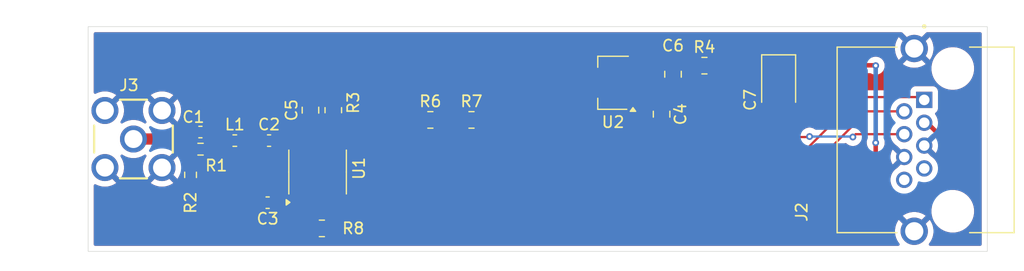
<source format=kicad_pcb>
(kicad_pcb (version 20241229) (generator "pcbnew") (generator_version "9.0")
  (layers (0 "F.Cu" signal) (2 "B.Cu" signal) (13 "F.Paste" user) (15 "B.Paste" user) (5 "F.SilkS" user "F.Silkscreen") (7 "B.SilkS" user "B.Silkscreen") (1 "F.Mask" user) (3 "B.Mask" user) (25 "Edge.Cuts" user))
  (net 0 "")
  (net 1 "/RF_IN")
  (net 2 "/RF_1")
  (net 3 "/RF_2")
  (net 4 "/INP")
  (net 5 "/INM")
  (net 6 "GND")
  (net 7 "/VOUT")
  (net 8 "/VPS")
  (net 9 "/VIN")
  (net 10 "/ID")
  (net 11 "/S-")
  (net 14 "+12V")
  (net 15 "/S+")
  (footprint "Resistor_SMD:R_0805_2012Metric" (layer "F.Cu") (at 155.448 98.298)
    (property "Reference" "R6" (at 0 -1.65 0) (layer "F.SilkS"))
    (property "Value" "1k")
    (fp_line (start -0.227064 -0.735) (end 0.227064 -0.735) (stroke (width 0.12)) (layer "F.SilkS"))
    (fp_line (start -0.227064 0.735) (end 0.227064 0.735) (stroke (width 0.12)) (layer "F.SilkS"))
    (pad "1" smd roundrect (at -0.9125 0) (size 1.025 1.4) (layers "F.Cu" "F.Mask" "F.Paste") (roundrect_rratio 0.243902) (net 8 "/VPS"))
    (pad "2" smd roundrect (at 0.9125 0) (size 1.025 1.4) (layers "F.Cu" "F.Mask" "F.Paste") (roundrect_rratio 0.243902) (net 10 "/ID"))
  )
  (footprint "lb3th:AMPHENOL_RJHSE5380" (layer "F.Cu") (at 201.93 100.076 90)
    (property "Reference" "J2" (at -6.42 -13.445 90) (layer "F.SilkS"))
    (property "Value" "RJHSE5380")
    (fp_line (start 8.255 -10.29) (end -8.255 -10.29) (stroke (width 0.127)) (layer "F.SilkS"))
    (fp_line (start -8.255 -10.29) (end -8.255 -4.965) (stroke (width 0.127)) (layer "F.SilkS"))
    (fp_line (start 8.255 -4.965) (end 8.255 -10.29) (stroke (width 0.127)) (layer "F.SilkS"))
    (fp_line (start 8.255 5.46) (end 8.255 1.5) (stroke (width 0.127)) (layer "F.SilkS"))
    (fp_line (start -8.255 5.46) (end -8.255 1.5) (stroke (width 0.127)) (layer "F.SilkS"))
    (fp_line (start -8.255 5.46) (end 8.255 5.46) (stroke (width 0.127)) (layer "F.SilkS"))
    (fp_circle (center 10.095 -2.54) (end 10.195 -2.54) (stroke (width 0.2)) (fill no) (layer "F.SilkS"))
    (pad "" np_thru_hole circle (at -6.35 0 90) (size 3.3 3.3) (drill 3.3) (layers "*.Cu" "*.Mask"))
    (pad "" np_thru_hole circle (at 6.35 0 90) (size 3.3 3.3) (drill 3.3) (layers "*.Cu" "*.Mask"))
    (pad "1" thru_hole rect (at 3.556 -2.54 90) (size 1.448 1.448) (drill 0.94) (layers "*.Cu" "*.Mask") (net 15 "/S+"))
    (pad "2" thru_hole circle (at 2.54 -4.32 90) (size 1.448 1.448) (drill 0.94) (layers "*.Cu" "*.Mask") (net 11 "/S-"))
    (pad "3" thru_hole circle (at 1.524 -2.54 90) (size 1.448 1.448) (drill 0.94) (layers "*.Cu" "*.Mask") (net 14 "+12V"))
    (pad "4" thru_hole circle (at 0.508 -4.32 90) (size 1.448 1.448) (drill 0.94) (layers "*.Cu" "*.Mask") (net 10 "/ID"))
    (pad "5" thru_hole circle (at -0.508 -2.54 90) (size 1.448 1.448) (drill 0.94) (layers "*.Cu" "*.Mask") (net 6 "GND"))
    (pad "6" thru_hole circle (at -1.524 -4.32 90) (size 1.448 1.448) (drill 0.94) (layers "*.Cu" "*.Mask") (net 6 "GND"))
    (pad "7" thru_hole circle (at -2.54 -2.54 90) (size 1.448 1.448) (drill 0.94) (layers "*.Cu" "*.Mask"))
    (pad "8" thru_hole circle (at -3.556 -4.32 90) (size 1.448 1.448) (drill 0.94) (layers "*.Cu" "*.Mask"))
    (pad "SH1" thru_hole circle (at -8.13 -3.43 90) (size 2.43 2.43) (drill 1.62) (layers "*.Cu" "*.Mask") (net 6 "GND"))
    (pad "SH2" thru_hole circle (at 8.13 -3.43 90) (size 2.43 2.43) (drill 1.62) (layers "*.Cu" "*.Mask") (net 6 "GND"))
  )
  (footprint "Resistor_SMD:R_0805_2012Metric" (layer "F.Cu") (at 159.1075 98.298)
    (property "Reference" "R7" (at 0 -1.65 0) (layer "F.SilkS"))
    (property "Value" "100")
    (fp_line (start -0.227064 -0.735) (end 0.227064 -0.735) (stroke (width 0.12)) (layer "F.SilkS"))
    (fp_line (start -0.227064 0.735) (end 0.227064 0.735) (stroke (width 0.12)) (layer "F.SilkS"))
    (pad "1" smd roundrect (at -0.9125 0) (size 1.025 1.4) (layers "F.Cu" "F.Mask" "F.Paste") (roundrect_rratio 0.243902) (net 10 "/ID"))
    (pad "2" smd roundrect (at 0.9125 0) (size 1.025 1.4) (layers "F.Cu" "F.Mask" "F.Paste") (roundrect_rratio 0.243902) (net 6 "GND"))
  )
  (footprint "Capacitor_SMD:C_0805_2012Metric" (layer "F.Cu") (at 144.78 97.4325 90)
    (property "Reference" "C5" (at 0 -1.68 90) (layer "F.SilkS"))
    (property "Value" "100n")
    (fp_line (start -0.261252 -0.735) (end 0.261252 -0.735) (stroke (width 0.12)) (layer "F.SilkS"))
    (fp_line (start -0.261252 0.735) (end 0.261252 0.735) (stroke (width 0.12)) (layer "F.SilkS"))
    (pad "1" smd roundrect (at -0.95 0 90) (size 1 1.45) (layers "F.Cu" "F.Mask" "F.Paste") (net 8 "/VPS"))
    (pad "2" smd roundrect (at 0.95 0 90) (size 1 1.45) (layers "F.Cu" "F.Mask" "F.Paste") (net 6 "GND"))
  )
  (footprint "Capacitor_SMD:C_0603_1608Metric" (layer "F.Cu") (at 141.097 100.141)
    (property "Reference" "C2" (at 0 -1.43 0) (layer "F.SilkS"))
    (property "Value" "10n")
    (fp_line (start -0.14058 -0.51) (end 0.14058 -0.51) (stroke (width 0.12)) (layer "F.SilkS"))
    (fp_line (start -0.14058 0.51) (end 0.14058 0.51) (stroke (width 0.12)) (layer "F.SilkS"))
    (pad "1" smd roundrect (at -0.775 0) (size 0.9 0.95) (layers "F.Cu" "F.Mask" "F.Paste") (net 3 "/RF_2"))
    (pad "2" smd roundrect (at 0.775 0) (size 0.9 0.95) (layers "F.Cu" "F.Mask" "F.Paste") (net 4 "/INP"))
  )
  (footprint "Resistor_SMD:R_0805_2012Metric" (layer "F.Cu") (at 145.796 107.95 180)
    (property "Reference" "R8" (at -2.794 0 0) (layer "F.SilkS"))
    (property "Value" "0")
    (fp_line (start -0.227064 0.735) (end 0.227064 0.735) (stroke (width 0.12)) (layer "F.SilkS"))
    (fp_line (start -0.227064 -0.735) (end 0.227064 -0.735) (stroke (width 0.12)) (layer "F.SilkS"))
    (pad "1" smd roundrect (at -0.9125 0 180) (size 1.025 1.4) (layers "F.Cu" "F.Mask" "F.Paste") (roundrect_rratio 0.243902) (net 11 "/S-"))
    (pad "2" smd roundrect (at 0.9125 0 180) (size 1.025 1.4) (layers "F.Cu" "F.Mask" "F.Paste") (roundrect_rratio 0.243902) (net 6 "GND"))
  )
  (footprint "Capacitor_Tantalum_SMD:CP_EIA-3528-21_Kemet-B" (layer "F.Cu") (at 186.436 94.98 -90)
    (property "Reference" "C7" (at 1.54 2.54 90) (layer "F.SilkS"))
    (property "Value" "22u/20V")
    (fp_line (start -2.47 1.51) (end 1.75 1.51) (stroke (width 0.12)) (layer "F.SilkS"))
    (fp_line (start -2.47 -1.51) (end -2.47 1.51) (stroke (width 0.12)) (layer "F.SilkS"))
    (fp_line (start 1.75 -1.51) (end -2.47 -1.51) (stroke (width 0.12)) (layer "F.SilkS"))
    (pad "1" smd roundrect (at -1.54 0 270) (size 1.34 2.39) (layers "F.Cu" "F.Mask" "F.Paste") (roundrect_rratio 0.186567) (net 14 "+12V"))
    (pad "2" smd roundrect (at 1.54 0 270) (size 1.34 2.39) (layers "F.Cu" "F.Mask" "F.Paste") (roundrect_rratio 0.186567) (net 6 "GND"))
  )
  (footprint "Capacitor_SMD:C_0805_2012Metric" (layer "F.Cu") (at 177.038 94.234 -90)
    (property "Reference" "C6" (at -2.54 0 180) (layer "F.SilkS"))
    (property "Value" "100n")
    (fp_line (start -0.261252 0.735) (end 0.261252 0.735) (stroke (width 0.12)) (layer "F.SilkS"))
    (fp_line (start -0.261252 -0.735) (end 0.261252 -0.735) (stroke (width 0.12)) (layer "F.SilkS"))
    (pad "1" smd roundrect (at -0.95 0 270) (size 1 1.45) (layers "F.Cu" "F.Mask" "F.Paste") (net 9 "/VIN"))
    (pad "2" smd roundrect (at 0.95 0 270) (size 1 1.45) (layers "F.Cu" "F.Mask" "F.Paste") (net 6 "GND"))
  )
  (footprint "Resistor_SMD:R_0603_1608Metric" (layer "F.Cu") (at 135.001 100.903)
    (property "Reference" "R1" (at 1.397 1.459 0) (layer "F.SilkS"))
    (property "Value" "470")
    (fp_line (start -0.237258 -0.5225) (end 0.237258 -0.5225) (stroke (width 0.12)) (layer "F.SilkS"))
    (fp_line (start -0.237258 0.5225) (end 0.237258 0.5225) (stroke (width 0.12)) (layer "F.SilkS"))
    (pad "1" smd roundrect (at -0.825 0) (size 0.8 0.95) (layers "F.Cu" "F.Mask" "F.Paste") (net 1 "/RF_IN"))
    (pad "2" smd roundrect (at 0.825 0) (size 0.8 0.95) (layers "F.Cu" "F.Mask" "F.Paste") (net 2 "/RF_1"))
  )
  (footprint "Resistor_SMD:R_0805_2012Metric" (layer "F.Cu") (at 179.832 93.472)
    (property "Reference" "R4" (at 0 -1.65 0) (layer "F.SilkS"))
    (property "Value" "22")
    (fp_line (start -0.227064 -0.735) (end 0.227064 -0.735) (stroke (width 0.12)) (layer "F.SilkS"))
    (fp_line (start -0.227064 0.735) (end 0.227064 0.735) (stroke (width 0.12)) (layer "F.SilkS"))
    (pad "1" smd roundrect (at -0.9125 0) (size 1.025 1.4) (layers "F.Cu" "F.Mask" "F.Paste") (roundrect_rratio 0.243902) (net 9 "/VIN"))
    (pad "2" smd roundrect (at 0.9125 0) (size 1.025 1.4) (layers "F.Cu" "F.Mask" "F.Paste") (roundrect_rratio 0.243902) (net 14 "+12V"))
  )
  (footprint "Resistor_SMD:R_0805_2012Metric" (layer "F.Cu") (at 146.812 97.4325 90)
    (property "Reference" "R3" (at 0.6585 1.778 90) (layer "F.SilkS"))
    (property "Value" "22")
    (fp_line (start -0.227064 -0.735) (end 0.227064 -0.735) (stroke (width 0.12)) (layer "F.SilkS"))
    (fp_line (start -0.227064 0.735) (end 0.227064 0.735) (stroke (width 0.12)) (layer "F.SilkS"))
    (pad "1" smd roundrect (at -0.9125 0 90) (size 1.025 1.4) (layers "F.Cu" "F.Mask" "F.Paste") (roundrect_rratio 0.243902) (net 8 "/VPS"))
    (pad "2" smd roundrect (at 0.9125 0 90) (size 1.025 1.4) (layers "F.Cu" "F.Mask" "F.Paste") (roundrect_rratio 0.243902) (net 7 "/VOUT"))
  )
  (footprint "Capacitor_SMD:C_0603_1608Metric" (layer "F.Cu") (at 140.97 105.664 180)
    (property "Reference" "C3" (at 0 -1.43 180) (layer "F.SilkS"))
    (property "Value" "100n")
    (fp_line (start -0.14058 0.51) (end 0.14058 0.51) (stroke (width 0.12)) (layer "F.SilkS"))
    (fp_line (start -0.14058 -0.51) (end 0.14058 -0.51) (stroke (width 0.12)) (layer "F.SilkS"))
    (pad "1" smd roundrect (at -0.775 0 180) (size 0.9 0.95) (layers "F.Cu" "F.Mask" "F.Paste") (net 5 "/INM"))
    (pad "2" smd roundrect (at 0.775 0 180) (size 0.9 0.95) (layers "F.Cu" "F.Mask" "F.Paste") (net 6 "GND"))
  )
  (footprint "Resistor_SMD:R_0603_1608Metric" (layer "F.Cu") (at 134.112 103.187 -90)
    (property "Reference" "R2" (at 2.477 0 90) (layer "F.SilkS"))
    (property "Value" "51")
    (fp_line (start -0.237258 0.5225) (end 0.237258 0.5225) (stroke (width 0.12)) (layer "F.SilkS"))
    (fp_line (start -0.237258 -0.5225) (end 0.237258 -0.5225) (stroke (width 0.12)) (layer "F.SilkS"))
    (pad "1" smd roundrect (at -0.825 0 270) (size 0.8 0.95) (layers "F.Cu" "F.Mask" "F.Paste") (net 1 "/RF_IN"))
    (pad "2" smd roundrect (at 0.825 0 270) (size 0.8 0.95) (layers "F.Cu" "F.Mask" "F.Paste") (net 6 "GND"))
  )
  (footprint "Package_SO:SOIC-8_3.9x4.9mm_P1.27mm" (layer "F.Cu") (at 145.415 102.935 90)
    (property "Reference" "U1" (at 0.319 3.683 90) (layer "F.SilkS"))
    (property "Value" "AD8307")
    (fp_line (start 0 -2.56) (end 1.95 -2.56) (stroke (width 0.12)) (layer "F.SilkS"))
    (fp_line (start 0 -2.56) (end -1.95 -2.56) (stroke (width 0.12)) (layer "F.SilkS"))
    (fp_line (start 0 2.56) (end 1.95 2.56) (stroke (width 0.12)) (layer "F.SilkS"))
    (fp_line (start 0 2.56) (end -1.95 2.56) (stroke (width 0.12)) (layer "F.SilkS"))
    (fp_poly (pts (xy -2.7 -2.465) (xy -2.94 -2.795) (xy -2.46 -2.795)) (stroke (width 0.12)) (fill yes) (layer "F.SilkS"))
    (pad "1" smd roundrect (at -2.475 -1.905 90) (size 1.95 0.6) (layers "F.Cu" "F.Mask" "F.Paste") (net 5 "/INM"))
    (pad "2" smd roundrect (at -2.475 -0.635 90) (size 1.95 0.6) (layers "F.Cu" "F.Mask" "F.Paste") (net 6 "GND"))
    (pad "3" smd roundrect (at -2.475 0.635 90) (size 1.95 0.6) (layers "F.Cu" "F.Mask" "F.Paste"))
    (pad "4" smd roundrect (at -2.475 1.905 90) (size 1.95 0.6) (layers "F.Cu" "F.Mask" "F.Paste") (net 15 "/S+"))
    (pad "5" smd roundrect (at 2.475 1.905 90) (size 1.95 0.6) (layers "F.Cu" "F.Mask" "F.Paste"))
    (pad "6" smd roundrect (at 2.475 0.635 90) (size 1.95 0.6) (layers "F.Cu" "F.Mask" "F.Paste") (net 8 "/VPS"))
    (pad "7" smd roundrect (at 2.475 -0.635 90) (size 1.95 0.6) (layers "F.Cu" "F.Mask" "F.Paste") (net 8 "/VPS"))
    (pad "8" smd roundrect (at 2.475 -1.905 90) (size 1.95 0.6) (layers "F.Cu" "F.Mask" "F.Paste") (net 4 "/INP"))
  )
  (footprint "Inductor_SMD:L_0603_1608Metric" (layer "F.Cu") (at 138.049 100.141)
    (property "Reference" "L1" (at 0 -1.43 0) (layer "F.SilkS"))
    (property "Value" "10n")
    (fp_line (start -0.162779 -0.51) (end 0.162779 -0.51) (stroke (width 0.12)) (layer "F.SilkS"))
    (fp_line (start -0.162779 0.51) (end 0.162779 0.51) (stroke (width 0.12)) (layer "F.SilkS"))
    (pad "1" smd roundrect (at -0.7875 0) (size 0.875 0.95) (layers "F.Cu" "F.Mask" "F.Paste") (net 2 "/RF_1"))
    (pad "2" smd roundrect (at 0.7875 0) (size 0.875 0.95) (layers "F.Cu" "F.Mask" "F.Paste") (net 3 "/RF_2"))
  )
  (footprint "Capacitor_SMD:C_0805_2012Metric" (layer "F.Cu") (at 176.022 97.79 -90)
    (property "Reference" "C4" (at 0 -1.68 90) (layer "F.SilkS"))
    (property "Value" "100n")
    (fp_line (start -0.261252 0.735) (end 0.261252 0.735) (stroke (width 0.12)) (layer "F.SilkS"))
    (fp_line (start -0.261252 -0.735) (end 0.261252 -0.735) (stroke (width 0.12)) (layer "F.SilkS"))
    (pad "1" smd roundrect (at -0.95 0 270) (size 1 1.45) (layers "F.Cu" "F.Mask" "F.Paste") (net 7 "/VOUT"))
    (pad "2" smd roundrect (at 0.95 0 270) (size 1 1.45) (layers "F.Cu" "F.Mask" "F.Paste") (net 6 "GND"))
  )
  (footprint "Package_TO_SOT_SMD:SOT-89-3" (layer "F.Cu") (at 171.704 94.996 180)
    (property "Reference" "U2" (at 0 -3.5 0) (layer "F.SilkS"))
    (property "Value" "L78L05_SOT89")
    (fp_line (start 1.36 2.36) (end -1.36 2.36) (stroke (width 0.12)) (layer "F.SilkS"))
    (fp_line (start 1.36 1.38) (end 1.36 2.36) (stroke (width 0.12)) (layer "F.SilkS"))
    (fp_line (start 1.36 -1.38) (end 1.36 -2.36) (stroke (width 0.12)) (layer "F.SilkS"))
    (fp_line (start -1.22 -2.36) (end 1.36 -2.36) (stroke (width 0.12)) (layer "F.SilkS"))
    (fp_poly (pts (xy -1.77 -2.21) (xy -2.01 -2.54) (xy -1.53 -2.54) (xy -1.77 -2.21)) (stroke (width 0.12)) (fill yes) (layer "F.SilkS"))
    (pad "1" smd roundrect (at -1.95 -1.5 180) (size 1.3 0.9) (layers "F.Cu" "F.Mask" "F.Paste") (net 7 "/VOUT"))
    (pad "2" smd custom (at -1.8625 0 180) (size 1.475 0.9) (layers "F.Cu" "F.Mask" "F.Paste") (net 6 "GND") (options (clearance outline) (anchor rect)) (primitives (gr_poly (pts (xy 3.8625 0.8665) (xy 0.7375 0.8665) (xy 0.7375 -0.8665) (xy 3.8625 -0.8665)) (width 0) (fill yes))))
    (pad "3" smd roundrect (at -1.95 1.5 180) (size 1.3 0.9) (layers "F.Cu" "F.Mask" "F.Paste") (net 9 "/VIN"))
  )
  (footprint "Capacitor_SMD:C_0603_1608Metric" (layer "F.Cu") (at 134.988 99.379)
    (property "Reference" "C1" (at -0.622 -1.335 0) (layer "F.SilkS"))
    (property "Value" "15p")
    (fp_line (start -0.14058 -0.51) (end 0.14058 -0.51) (stroke (width 0.12)) (layer "F.SilkS"))
    (fp_line (start -0.14058 0.51) (end 0.14058 0.51) (stroke (width 0.12)) (layer "F.SilkS"))
    (pad "1" smd roundrect (at -0.775 0) (size 0.9 0.95) (layers "F.Cu" "F.Mask" "F.Paste") (net 1 "/RF_IN"))
    (pad "2" smd roundrect (at 0.775 0) (size 0.9 0.95) (layers "F.Cu" "F.Mask" "F.Paste") (net 2 "/RF_1"))
  )
  (footprint "lb3th:SAMTEC_SMA-J-P-X-RA-TH1" (layer "F.Cu") (at 129.032 100)
    (property "Reference" "J3" (at -0.39979 -4.78026 0) (layer "F.SilkS"))
    (property "Value" "RF_IN")
    (fp_line (start -3.5 1.2) (end -3.5 -1.2) (stroke (width 0.2)) (layer "F.SilkS"))
    (fp_line (start -1.2 -3.5) (end 1.2 -3.5) (stroke (width 0.2)) (layer "F.SilkS"))
    (fp_line (start 1.2 3.5) (end -1.2 3.5) (stroke (width 0.2)) (layer "F.SilkS"))
    (fp_line (start 3.5 1.2) (end 3.5 -1.2) (stroke (width 0.2)) (layer "F.SilkS"))
    (pad "1" thru_hole circle (at 0 0) (size 2.4 2.4) (drill 1.6) (layers "*.Cu" "*.Mask") (net 1 "/RF_IN"))
    (pad "2" thru_hole circle (at 2.54 2.54) (size 2.4 2.4) (drill 1.6) (layers "*.Cu" "*.Mask") (net 6 "GND"))
    (pad "3" thru_hole circle (at 2.54 -2.54) (size 2.4 2.4) (drill 1.6) (layers "*.Cu" "*.Mask") (net 6 "GND"))
    (pad "4" thru_hole circle (at -2.54 -2.54) (size 2.4 2.4) (drill 1.6) (layers "*.Cu" "*.Mask") (net 6 "GND"))
    (pad "5" thru_hole circle (at -2.54 2.54) (size 2.4 2.4) (drill 1.6) (layers "*.Cu" "*.Mask") (net 6 "GND"))
  )
  (gr_rect (start 125 90) (end 205 110) (stroke (width 0.05)) (fill no) (layer "Edge.Cuts"))
  (segment (start 134.176 100.903) (end 134.176 100.584) (width 1) (layer "F.Cu") (net 1))
  (segment (start 129.032 100) (end 133.592 100) (width 1) (layer "F.Cu") (net 1))
  (segment (start 134.176 100.903) (end 134.176 102.298) (width 1) (layer "F.Cu") (net 1))
  (segment (start 134.176 102.298) (end 134.112 102.362) (width 1) (layer "F.Cu") (net 1))
  (segment (start 133.592 100) (end 134.213 99.379) (width 1) (layer "F.Cu") (net 1))
  (segment (start 134.176 100.584) (end 133.592 100) (width 1) (layer "F.Cu") (net 1))
  (segment (start 136.525 100.141) (end 135.763 99.379) (width 1) (layer "F.Cu") (net 2))
  (segment (start 137.2615 100.141) (end 136.525 100.141) (width 1) (layer "F.Cu") (net 2))
  (segment (start 135.826 100.84) (end 136.525 100.141) (width 1) (layer "F.Cu") (net 2))
  (segment (start 135.826 100.903) (end 135.826 100.84) (width 1) (layer "F.Cu") (net 2))
  (segment (start 140.322 100.141) (end 138.8365 100.141) (width 1) (layer "F.Cu") (net 3))
  (segment (start 141.872 100.141) (end 143.16 100.141) (width 1) (layer "F.Cu") (net 4))
  (segment (start 143.16 100.141) (end 143.479 100.46) (width 1) (layer "F.Cu") (net 4))
  (segment (start 141.745 105.664) (end 143.225 105.664) (width 1) (layer "F.Cu") (net 5))
  (segment (start 143.225 105.664) (end 143.479 105.41) (width 1) (layer "F.Cu") (net 5))
  (segment (start 146.624 96.332) (end 146.812 96.52) (width 0.4) (layer "F.Cu") (net 7))
  (segment (start 175.678 96.496) (end 176.022 96.84) (width 0.4) (layer "F.Cu") (net 7))
  (segment (start 164.592 93.726) (end 147.828 93.726) (width 0.4) (layer "F.Cu") (net 7))
  (segment (start 173.654 96.496) (end 175.678 96.496) (width 0.4) (layer "F.Cu") (net 7))
  (segment (start 167.362 96.496) (end 164.592 93.726) (width 0.4) (layer "F.Cu") (net 7))
  (segment (start 146.812 94.742) (end 146.812 96.52) (width 0.4) (layer "F.Cu") (net 7))
  (segment (start 147.828 93.726) (end 146.812 94.742) (width 0.4) (layer "F.Cu") (net 7))
  (segment (start 173.654 96.496) (end 167.362 96.496) (width 0.4) (layer "F.Cu") (net 7))
  (segment (start 144.78 98.3825) (end 144.78 100.46) (width 0.4) (layer "F.Cu") (net 8))
  (segment (start 146.812 98.345) (end 154.4885 98.345) (width 0.4) (layer "F.Cu") (net 8))
  (segment (start 146.7745 98.3825) (end 146.812 98.345) (width 0.4) (layer "F.Cu") (net 8))
  (segment (start 144.78 98.3825) (end 146.7745 98.3825) (width 0.4) (layer "F.Cu") (net 8))
  (segment (start 144.78 100.46) (end 146.05 100.46) (width 0.4) (layer "F.Cu") (net 8))
  (segment (start 146.953 98.486) (end 146.812 98.345) (width 0.4) (layer "F.Cu") (net 8))
  (segment (start 154.4885 98.345) (end 154.5355 98.298) (width 0.4) (layer "F.Cu") (net 8))
  (segment (start 177.038 93.284) (end 173.866 93.284) (width 0.4) (layer "F.Cu") (net 9))
  (segment (start 178.9195 93.472) (end 177.226 93.472) (width 0.4) (layer "F.Cu") (net 9))
  (segment (start 177.226 93.472) (end 177.038 93.284) (width 0.4) (layer "F.Cu") (net 9))
  (segment (start 173.866 93.284) (end 173.654 93.496) (width 0.4) (layer "F.Cu") (net 9))
  (segment (start 158.195 99.267) (end 158.75 99.822) (width 0.2) (layer "F.Cu") (net 10))
  (segment (start 188.722 99.822) (end 189.14347 99.822) (width 0.2) (layer "F.Cu") (net 10))
  (segment (start 158.195 98.298) (end 158.195 99.267) (width 0.2) (layer "F.Cu") (net 10))
  (segment (start 189.14347 99.822) (end 189.186735 99.778735) (width 0.2) (layer "F.Cu") (net 10))
  (segment (start 156.3605 98.298) (end 158.195 98.298) (width 0.2) (layer "F.Cu") (net 10))
  (segment (start 193.04 99.822) (end 193.294 99.568) (width 0.2) (layer "F.Cu") (net 10))
  (segment (start 158.75 99.822) (end 188.722 99.822) (width 0.2) (layer "F.Cu") (net 10))
  (segment (start 193.294 99.568) (end 197.61 99.568) (width 0.2) (layer "F.Cu") (net 10))
  (via (at 193.04 99.822) (size 0.6) (drill 0.3) (layers "F.Cu" "B.Cu") (net 10))
  (via (at 189.186735 99.778735) (size 0.6) (drill 0.3) (layers "F.Cu" "B.Cu") (net 10))
  (segment (start 189.186735 99.778735) (end 192.996735 99.778735) (width 0.2) (layer "B.Cu") (net 10))
  (segment (start 192.996735 99.778735) (end 193.04 99.822) (width 0.2) (layer "B.Cu") (net 10))
  (segment (start 194.31 97.536) (end 197.61 97.536) (width 0.2) (layer "F.Cu") (net 11))
  (segment (start 146.7085 107.95) (end 148.2325 106.426) (width 0.2) (layer "F.Cu") (net 11))
  (segment (start 185.42 106.426) (end 194.31 97.536) (width 0.2) (layer "F.Cu") (net 11))
  (segment (start 148.2325 106.426) (end 185.42 106.426) (width 0.2) (layer "F.Cu") (net 11))
  (segment (start 201.422 100.33) (end 201.422 103.632) (width 0.4) (layer "F.Cu") (net 14))
  (segment (start 199.39 98.552) (end 199.644 98.552) (width 0.4) (layer "F.Cu") (net 14))
  (segment (start 201.422 103.632) (end 199.898 105.156) (width 0.4) (layer "F.Cu") (net 14))
  (segment (start 199.644 105.156) (end 195.072 105.156) (width 0.4) (layer "F.Cu") (net 14))
  (segment (start 195.072 93.472) (end 195.04 93.44) (width 0.4) (layer "F.Cu") (net 14))
  (segment (start 195.04 93.44) (end 186.436 93.44) (width 0.4) (layer "F.Cu") (net 14))
  (segment (start 199.898 105.156) (end 199.644 105.156) (width 0.4) (layer "F.Cu") (net 14))
  (segment (start 186.404 93.472) (end 186.436 93.44) (width 0.4) (layer "F.Cu") (net 14))
  (segment (start 195.072 105.156) (end 195.072 100.33) (width 0.4) (layer "F.Cu") (net 14))
  (segment (start 199.644 98.552) (end 201.422 100.33) (width 0.4) (layer "F.Cu") (net 14))
  (segment (start 180.7445 93.472) (end 186.404 93.472) (width 0.4) (layer "F.Cu") (net 14))
  (via (at 195.072 100.33) (size 0.6) (drill 0.3) (layers "F.Cu" "B.Cu") (net 14))
  (via (at 195.072 93.472) (size 0.6) (drill 0.3) (layers "F.Cu" "B.Cu") (net 14))
  (segment (start 195.072 100.33) (end 195.072 94.996) (width 0.4) (layer "B.Cu") (net 14))
  (segment (start 195.072 94.996) (end 195.072 93.472) (width 0.4) (layer "B.Cu") (net 14))
  (segment (start 147.32 105.41) (end 184.404 105.41) (width 0.2) (layer "F.Cu") (net 15))
  (segment (start 199.136 96.266) (end 199.39 96.52) (width 0.2) (layer "F.Cu") (net 15))
  (segment (start 184.404 105.41) (end 193.548 96.266) (width 0.2) (layer "F.Cu") (net 15))
  (segment (start 193.548 96.266) (end 199.136 96.266) (width 0.2) (layer "F.Cu") (net 15))
  (zone (net 6) (net_name "GND") (layers "F.Cu" "B.Cu") (connect_pads (clearance 0.5)) (min_thickness 0.25) (fill yes (thermal_gap 0.5) (thermal_bridge_width 0.5))
    (polygon (pts (xy 208.28 111.76) (xy 208.026 87.63) (xy 123.444 87.63) (xy 123.698 111.252)))
  )
)
</source>
